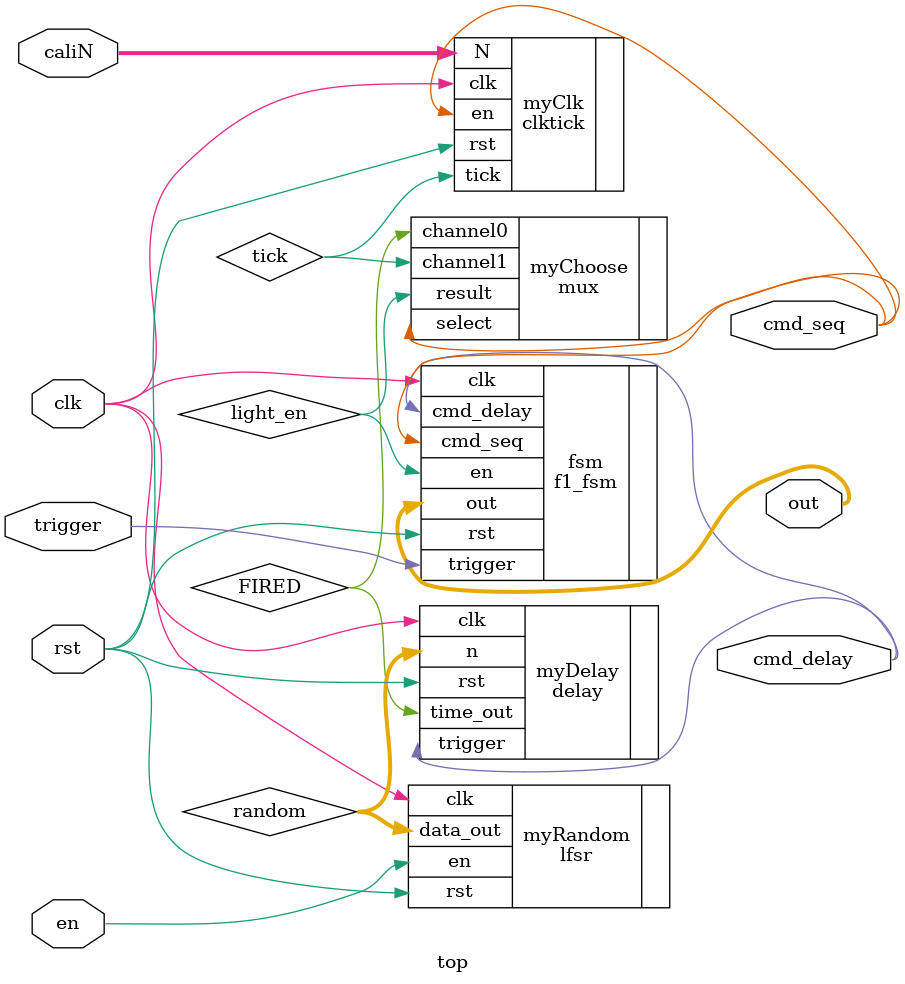
<source format=sv>
module top (
    input logic             clk,
    input logic             rst,
    input logic             en,
    input logic             trigger,
    input logic  [15:0]     caliN,
    output logic [7:0]      out,
    output logic            cmd_delay,
    output logic            cmd_seq
);

logic tick;
logic FIRED;
logic [8:1] random;
logic light_en;

clktick myClk (
    .clk    (clk),
    .rst    (rst),
    .en     (cmd_seq),
    .N      (caliN),
    .tick   (tick) //output
);

lfsr myRandom (
    .clk         (clk),
    .en          (en),
    .rst         (rst),
    .data_out    (random)
);

delay myDelay (
    .clk        (clk),
    .rst        (rst),
    .trigger    (cmd_delay),
    .n          (random),
    .time_out   (FIRED)
);

mux myChoose (
    .channel0   (FIRED),
    .channel1   (tick),
    .select     (cmd_seq),
    .result     (light_en)
);

f1_fsm fsm (
    .clk            (clk),
    .rst            (rst),
    .en             (light_en),
    .trigger        (trigger),
    .cmd_seq        (cmd_seq),
    .cmd_delay      (cmd_delay),
    .out            (out)
);


endmodule

</source>
